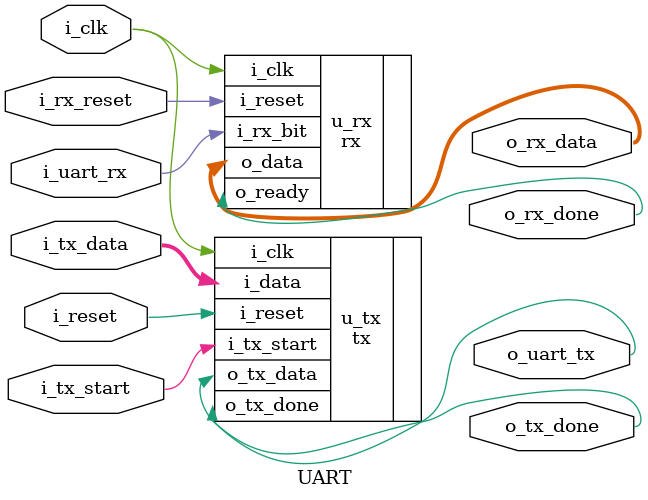
<source format=v>
`timescale 1ns / 1ps

module UART
    #(
        parameter DBIT              = 8,
        parameter BAUD_RATE         = 9600,
        parameter CLK_FR            = 50000000,
        parameter RX_DIV_SAMP       = 16 //16 veces la tasa de baudio,una frecuencia de muestreo más alta que la tasa de baudios para recuperar los datos
    )
    (
        input   wire                                i_clk,
        input   wire                                i_reset,
        input   wire                                i_rx_reset,
        input   wire                                i_tx_start,
        input   wire    [   DBIT-1:    0]           i_tx_data,
        input   wire                                i_uart_rx,
        output  wire                                o_uart_tx,
        output  wire                                o_rx_done,
        output  wire                                o_tx_done,
        output  wire    [   DBIT-1:    0]           o_rx_data
    );

    tx #(
        .CLK_FR     (CLK_FR     ),
        .BAUD_RATE  (BAUD_RATE  ),
        .DBIT       (DBIT       )
    )
    u_tx (
        .i_clk                  (i_clk        ),
        .i_reset                (i_reset      ),
        .i_tx_start             (i_tx_start   ),
        .i_data                 (i_tx_data    ),
        .o_tx_data              (o_uart_tx    ),
        .o_tx_done              (o_tx_done    )
    );

    rx #(
        .CLK_FR     (CLK_FR   ),
        .BAUD_RATE  (BAUD_RATE  ),
        .DIV_SAMPLE (RX_DIV_SAMP),
        .DBIT       (DBIT       )
    )
    u_rx
    (
        .i_clk              (i_clk             ),
        .i_reset            (i_rx_reset        ),
        .i_rx_bit           (i_uart_rx         ),
        .o_ready            (o_rx_done         ),
        .o_data             (o_rx_data         )
    ); 
    
endmodule
</source>
